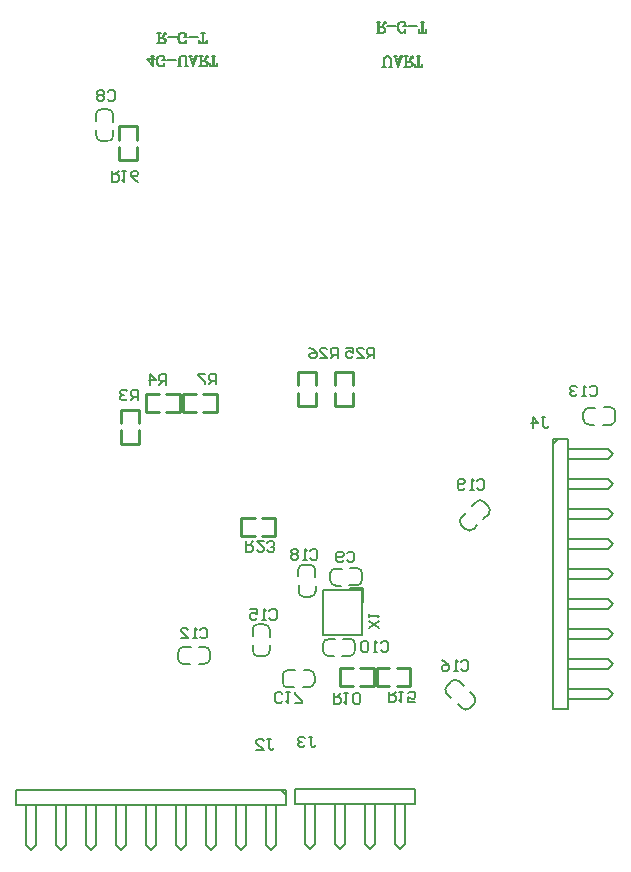
<source format=gbo>
G04*
G04 #@! TF.GenerationSoftware,Altium Limited,Altium Designer,20.0.13 (296)*
G04*
G04 Layer_Color=32896*
%FSLAX44Y44*%
%MOMM*%
G71*
G01*
G75*
%ADD10C,0.2540*%
%ADD11C,0.2000*%
%ADD16C,0.1500*%
%ADD23C,0.1800*%
%ADD24C,0.1900*%
D10*
X226912Y325430D02*
X237580D01*
X226912Y340670D02*
X237580Y340670D01*
X243930Y325430D02*
X255360D01*
X243930Y340670D02*
X255360D01*
X226912Y325430D02*
X226912Y340670D01*
X255360Y325430D02*
Y340670D01*
X386390Y347980D02*
Y358648D01*
X401630Y347980D02*
Y358648D01*
X386390Y330200D02*
Y341630D01*
X401630Y330200D02*
Y341630D01*
X386390Y358648D02*
X401630D01*
X386390Y330200D02*
X401630D01*
X355390Y347980D02*
Y358648D01*
X370630Y347980D02*
Y358648D01*
X355390Y330200D02*
Y341630D01*
X370630Y330200D02*
Y341630D01*
X355390Y358648D02*
X370630D01*
X355390Y330200D02*
X370630D01*
X325190Y235420D02*
X335858D01*
X325190Y220180D02*
X335858D01*
X307410Y235420D02*
X318840D01*
X307410Y220180D02*
X318840D01*
X335858D02*
Y235420D01*
X307410Y220180D02*
Y235420D01*
X218880Y549120D02*
X218880Y538452D01*
X203640Y538452D02*
Y549120D01*
X218880Y555470D02*
Y566900D01*
X203640D02*
X203640Y555470D01*
X203640Y538452D02*
X218880Y538452D01*
X203640Y566900D02*
X218880D01*
X450360Y93180D02*
Y108420D01*
X421912Y93180D02*
Y108420D01*
X438930D02*
X450360D01*
X438930Y93180D02*
X450360D01*
X421912Y108420D02*
X432580D01*
X421912Y93180D02*
X432580D01*
X419360D02*
Y108420D01*
X390912Y93180D02*
Y108420D01*
X407930D02*
X419360D01*
X407930Y93180D02*
X419360D01*
X390912Y108420D02*
X401580D01*
X390912Y93180D02*
X401580D01*
X286610Y325180D02*
Y340420D01*
X258162Y325180D02*
Y340420D01*
X275180D02*
X286610D01*
X275180Y325180D02*
X286610D01*
X258162Y340420D02*
X268830D01*
X258162Y325180D02*
X268830D01*
X205390Y298450D02*
X220630D01*
X205390Y326898D02*
X220630D01*
Y298450D02*
Y309880D01*
X205390Y298450D02*
Y309880D01*
X220630Y316230D02*
Y326898D01*
X205390Y316230D02*
Y326898D01*
D11*
X188970Y581404D02*
G03*
X184398Y577340I-254J-4318D01*
G01*
X184652Y559560D02*
G03*
X188970Y554226I4826J-508D01*
G01*
X194050Y554226D02*
G03*
X199130Y559560I-127J5207D01*
G01*
X198876Y577340D02*
G03*
X194050Y581404I-4445J-381D01*
G01*
X253979Y116342D02*
G03*
X258043Y111770I4318J-254D01*
G01*
X275823Y112024D02*
G03*
X281157Y116342I508J4826D01*
G01*
X281157Y121422D02*
G03*
X275823Y126502I-5207J-127D01*
G01*
X258043Y126248D02*
G03*
X253979Y121422I381J-4445D01*
G01*
X360216Y195874D02*
G03*
X355644Y191810I-254J-4318D01*
G01*
X355898Y174030D02*
G03*
X360216Y168696I4826J-508D01*
G01*
X365296Y168696D02*
G03*
X370376Y174030I-127J5207D01*
G01*
X370122Y191810D02*
G03*
X365296Y195874I-4445J-381D01*
G01*
X409614Y188340D02*
G03*
X405550Y192912I-4318J254D01*
G01*
X387770Y192658D02*
G03*
X382436Y188340I-508J-4826D01*
G01*
X382436Y183260D02*
G03*
X387770Y178180I5207J127D01*
G01*
X405550Y178434D02*
G03*
X409614Y183260I-381J4445D01*
G01*
X321466Y145374D02*
G03*
X316894Y141310I-254J-4318D01*
G01*
X317148Y123530D02*
G03*
X321466Y118196I4826J-508D01*
G01*
X326546Y118196D02*
G03*
X331626Y123530I-127J5207D01*
G01*
X331372Y141310D02*
G03*
X326546Y145374I-4445J-381D01*
G01*
X403584Y128594D02*
G03*
X399520Y133166I-4318J254D01*
G01*
X381740Y132912D02*
G03*
X376406Y128594I-508J-4826D01*
G01*
X376406Y123514D02*
G03*
X381740Y118434I5207J127D01*
G01*
X399520Y118688D02*
G03*
X403584Y123514I-381J4445D01*
G01*
X342406Y96510D02*
G03*
X346470Y91938I4318J-254D01*
G01*
X364250Y92192D02*
G03*
X369584Y96510I508J4826D01*
G01*
X369584Y101590D02*
G03*
X364250Y106670I-5207J-127D01*
G01*
X346470Y106416D02*
G03*
X342406Y101590I381J-4445D01*
G01*
X481486Y93372D02*
G03*
X481127Y87266I2874J-3233D01*
G01*
X493879Y74873D02*
G03*
X500704Y74155I3772J3053D01*
G01*
X504296Y77747D02*
G03*
X504117Y85111I-3772J3592D01*
G01*
X491365Y97503D02*
G03*
X485078Y96965I-2874J-3413D01*
G01*
X512634Y249016D02*
G03*
X506527Y249375I-3233J-2874D01*
G01*
X494134Y236623D02*
G03*
X493416Y229798I3053J-3772D01*
G01*
X497008Y226206D02*
G03*
X504372Y226386I3592J3772D01*
G01*
X516765Y239137D02*
G03*
X516226Y245424I-3413J2874D01*
G01*
X624124Y324444D02*
G03*
X620060Y329016I-4318J254D01*
G01*
X602280Y328762D02*
G03*
X596946Y324444I-508J-4826D01*
G01*
X596946Y319364D02*
G03*
X602280Y314284I5207J127D01*
G01*
X620060Y314538D02*
G03*
X624124Y319364I-381J4445D01*
G01*
X184398Y571498D02*
Y577340D01*
X188970Y581404D02*
X194050Y581404D01*
X198876Y577340D02*
X198876Y570736D01*
X199130Y559560D02*
Y563624D01*
X188970Y554226D02*
X194050Y554226D01*
X184652Y559560D02*
X184652Y564132D01*
X345440Y-7620D02*
Y5080D01*
X116840Y-7620D02*
X345440D01*
X116840D02*
Y5080D01*
X336973Y-41487D02*
Y-7620D01*
X332740Y-45720D02*
X336973Y-41487D01*
X328507D02*
X332740Y-45720D01*
X328507Y-41487D02*
X328507Y-7620D01*
X311573Y-41487D02*
Y-7620D01*
X307340Y-45720D02*
X311573Y-41487D01*
X303107Y-41487D02*
X307340Y-45720D01*
X303107Y-7620D02*
X303107Y-41487D01*
X286173D02*
Y-7620D01*
X281940Y-45720D02*
X286173Y-41487D01*
X277707D02*
X281940Y-45720D01*
X277707Y-41487D02*
Y-7620D01*
X260773Y-41487D02*
X260773Y-7620D01*
X256540Y-45720D02*
X260773Y-41487D01*
X252307D02*
X256540Y-45720D01*
X252307Y-7620D02*
X252307Y-41487D01*
X235373D02*
Y-7620D01*
X231140Y-45720D02*
X235373Y-41487D01*
X226907D02*
X231140Y-45720D01*
X226907Y-41487D02*
Y-7620D01*
X209973Y-41487D02*
X209973Y-7620D01*
X205740Y-45720D02*
X209973Y-41487D01*
X201507Y-41487D02*
X205740Y-45720D01*
X201507Y-41487D02*
Y-7620D01*
X184573D02*
X184573Y-41487D01*
X180340Y-45720D02*
X184573Y-41487D01*
X176107D02*
X180340Y-45720D01*
X176107Y-41487D02*
Y-7620D01*
X159173Y-41487D02*
X159173Y-7620D01*
X154940Y-45720D02*
X159173Y-41487D01*
X150707D02*
X154940Y-45720D01*
X150707Y-41487D02*
X150707Y-7620D01*
X133773D02*
X133773Y-41487D01*
X129540Y-45720D02*
X133773Y-41487D01*
X125307D02*
X129540Y-45720D01*
X125307Y-41487D02*
Y-7620D01*
X341207Y5080D02*
X345440Y847D01*
X116840Y5080D02*
X345440D01*
X258043Y111770D02*
X263885Y111770D01*
X253979Y116342D02*
Y121422D01*
X258043Y126248D02*
X264647D01*
X271759Y126502D02*
X275823D01*
X281157Y116342D02*
X281157Y121422D01*
X271251Y112024D02*
X275823Y112024D01*
X355644Y185968D02*
Y191810D01*
X360216Y195874D02*
X365296Y195874D01*
X370122Y191810D02*
X370122Y185206D01*
X370376Y174030D02*
Y178094D01*
X360216Y168696D02*
X365296Y168696D01*
X355898Y174030D02*
X355898Y178602D01*
X399708Y192912D02*
X405550D01*
X409614Y188340D02*
X409614Y183260D01*
X398946Y178434D02*
X405550D01*
X387770Y178180D02*
X391834D01*
X382436Y183260D02*
X382436Y188340D01*
X387770Y192658D02*
X392342D01*
X410536Y164690D02*
Y176120D01*
X399106Y176120D02*
X410282D01*
X316894Y135468D02*
Y141310D01*
X321466Y145374D02*
X326546D01*
X331372Y141310D02*
X331372Y134706D01*
X331626Y123530D02*
Y127594D01*
X321466Y118196D02*
X326546D01*
X317148Y123530D02*
X317148Y128102D01*
X393678Y133166D02*
X399520D01*
X403584Y123514D02*
Y128594D01*
X392916Y118688D02*
X399520D01*
X381740Y118434D02*
X385804D01*
X376406Y123514D02*
X376406Y128594D01*
X381740Y132912D02*
X386312D01*
X346470Y91938D02*
X352312D01*
X342406Y101590D02*
X342406Y96510D01*
X346470Y106416D02*
X353074Y106416D01*
X360186Y106670D02*
X364250D01*
X369584Y96510D02*
X369584Y101590D01*
X359678Y92192D02*
X364250Y92192D01*
X481127Y87266D02*
X485258Y83135D01*
X481486Y93372D02*
X485078Y96964D01*
X491365Y97503D02*
X496034Y92834D01*
X501243Y87984D02*
X504117Y85111D01*
X500704Y74155D02*
X504296Y77747D01*
X490646Y78106D02*
X493879Y74873D01*
X502396Y245244D02*
X506527Y249375D01*
X512634Y249016D02*
X516226Y245424D01*
X512095Y234468D02*
X516765Y239137D01*
X504372Y226386D02*
X507245Y229259D01*
X493416Y229798D02*
X497008Y226206D01*
X494134Y236623D02*
X497367Y239856D01*
X571500Y302260D02*
X584200D01*
Y73660D02*
Y302260D01*
X571500Y73660D02*
X584200D01*
Y293793D02*
X618067D01*
X622300Y289560D01*
X618067Y285327D02*
X622300Y289560D01*
X584200Y285327D02*
X618067D01*
X584200Y268393D02*
X618067Y268393D01*
X622300Y264160D01*
X618067Y259927D02*
X622300Y264160D01*
X584200Y259927D02*
X618067Y259927D01*
X584200Y242993D02*
X618067D01*
X622300Y238760D01*
X618067Y234527D02*
X622300Y238760D01*
X584200Y234527D02*
X618067Y234527D01*
X584200Y217593D02*
X618067D01*
X622300Y213360D01*
X618067Y209127D02*
X622300Y213360D01*
X584200Y209127D02*
X618067D01*
X584200Y192193D02*
X618067D01*
X622300Y187960D01*
X618067Y183727D02*
X622300Y187960D01*
X584200Y183727D02*
X618067D01*
X584200Y166793D02*
X618067D01*
X622300Y162560D01*
X618067Y158327D02*
X622300Y162560D01*
X584200Y158327D02*
X618067D01*
X584200Y141393D02*
X618067Y141393D01*
X622300Y137160D01*
X618067Y132927D02*
X622300Y137160D01*
X584200Y132927D02*
X618067D01*
X584200Y115993D02*
X618067Y115993D01*
X622300Y111760D01*
X618067Y107527D02*
X622300Y111760D01*
X584200Y107527D02*
X618067D01*
X584200Y90593D02*
X618067Y90593D01*
X622300Y86360D01*
X618067Y82127D02*
X622300Y86360D01*
X584200Y82127D02*
X618067D01*
X571500Y298027D02*
X575733Y302260D01*
X571500Y73660D02*
Y302260D01*
X614218Y329016D02*
X620060Y329016D01*
X624124Y319364D02*
X624124Y324444D01*
X613456Y314538D02*
X620060D01*
X602280Y314284D02*
X606344D01*
X596946Y319364D02*
X596946Y324444D01*
X602280Y328762D02*
X606852D01*
X353060Y6350D02*
X454660D01*
Y-6350D02*
Y6350D01*
X361527Y-40217D02*
Y-6350D01*
Y-40217D02*
X365760Y-44450D01*
X369993Y-40217D01*
Y-6350D01*
X386927Y-40217D02*
Y-6350D01*
Y-40217D02*
X391160Y-44450D01*
X395393Y-40217D01*
Y-6350D01*
X412327Y-40217D02*
Y-6350D01*
Y-40217D02*
X416560Y-44450D01*
X420793Y-40217D01*
Y-6350D01*
X437727Y-40217D02*
Y-6350D01*
Y-40217D02*
X441960Y-44450D01*
X446193Y-40217D01*
Y-6350D01*
X353060D02*
Y6350D01*
Y-6350D02*
X454660D01*
D16*
X376500Y174850D02*
X409520D01*
Y136750D02*
Y174850D01*
X376500Y136750D02*
X409520D01*
X376500D02*
Y174850D01*
D23*
X237585Y637202D02*
Y646200D01*
X238014Y637202D02*
Y646200D01*
X236300Y637202D02*
X241442D01*
X242727Y637630D01*
X243156Y638059D01*
X243584Y638916D01*
Y639773D01*
X243156Y640630D01*
X242727Y641058D01*
X241442Y641487D01*
X238014D01*
X241442Y637202D02*
X242299Y637630D01*
X242727Y638059D01*
X243156Y638916D01*
Y639773D01*
X242727Y640630D01*
X242299Y641058D01*
X241442Y641487D01*
X236300Y646200D02*
X239299D01*
X240156Y641487D02*
X241013Y641915D01*
X241442Y642344D01*
X242727Y645343D01*
X243156Y645771D01*
X243584D01*
X244013Y645343D01*
X241013Y641915D02*
X241442Y642772D01*
X242299Y645771D01*
X242727Y646200D01*
X243584D01*
X244013Y645343D01*
Y644915D01*
X245170Y642344D02*
X252882D01*
X260038Y638487D02*
X260466Y639773D01*
Y637202D01*
X260038Y638487D01*
X259181Y637630D01*
X257895Y637202D01*
X257038D01*
X255753Y637630D01*
X254896Y638487D01*
X254468Y639344D01*
X254039Y640630D01*
Y642772D01*
X254468Y644058D01*
X254896Y644915D01*
X255753Y645771D01*
X257038Y646200D01*
X257895D01*
X259181Y645771D01*
X260038Y644915D01*
X257038Y637202D02*
X256181Y637630D01*
X255324Y638487D01*
X254896Y639344D01*
X254468Y640630D01*
Y642772D01*
X254896Y644058D01*
X255324Y644915D01*
X256181Y645771D01*
X257038Y646200D01*
X260038Y642772D02*
Y646200D01*
X260466Y642772D02*
Y646200D01*
X258752Y642772D02*
X261752D01*
X262909Y642344D02*
X270621D01*
X274778Y637202D02*
Y646200D01*
X275206Y637202D02*
Y646200D01*
X272207Y637202D02*
X271778Y639773D01*
Y637202D01*
X278205D01*
Y639773D01*
X277777Y637202D01*
X273492Y646200D02*
X276491D01*
X423335Y646452D02*
Y655450D01*
X423764Y646452D02*
Y655450D01*
X422050Y646452D02*
X427192D01*
X428477Y646880D01*
X428906Y647309D01*
X429334Y648166D01*
Y649023D01*
X428906Y649880D01*
X428477Y650308D01*
X427192Y650737D01*
X423764D01*
X427192Y646452D02*
X428049Y646880D01*
X428477Y647309D01*
X428906Y648166D01*
Y649023D01*
X428477Y649880D01*
X428049Y650308D01*
X427192Y650737D01*
X422050Y655450D02*
X425049D01*
X425906Y650737D02*
X426763Y651165D01*
X427192Y651594D01*
X428477Y654593D01*
X428906Y655022D01*
X429334D01*
X429763Y654593D01*
X426763Y651165D02*
X427192Y652022D01*
X428049Y655022D01*
X428477Y655450D01*
X429334D01*
X429763Y654593D01*
Y654165D01*
X430919Y651594D02*
X438632D01*
X445788Y647737D02*
X446216Y649023D01*
Y646452D01*
X445788Y647737D01*
X444931Y646880D01*
X443645Y646452D01*
X442788D01*
X441503Y646880D01*
X440646Y647737D01*
X440218Y648594D01*
X439789Y649880D01*
Y652022D01*
X440218Y653308D01*
X440646Y654165D01*
X441503Y655022D01*
X442788Y655450D01*
X443645D01*
X444931Y655022D01*
X445788Y654165D01*
X442788Y646452D02*
X441931Y646880D01*
X441074Y647737D01*
X440646Y648594D01*
X440218Y649880D01*
Y652022D01*
X440646Y653308D01*
X441074Y654165D01*
X441931Y655022D01*
X442788Y655450D01*
X445788Y652022D02*
Y655450D01*
X446216Y652022D02*
Y655450D01*
X444502Y652022D02*
X447502D01*
X448659Y651594D02*
X456371D01*
X460527Y646452D02*
Y655450D01*
X460956Y646452D02*
Y655450D01*
X457957Y646452D02*
X457528Y649023D01*
Y646452D01*
X463955D01*
Y649023D01*
X463527Y646452D01*
X459242Y655450D02*
X462241D01*
X428085Y617452D02*
Y623879D01*
X428514Y625165D01*
X429371Y626021D01*
X430656Y626450D01*
X431513D01*
X432799Y626021D01*
X433656Y625165D01*
X434084Y623879D01*
Y617452D01*
X428514D02*
Y623879D01*
X428942Y625165D01*
X429799Y626021D01*
X430656Y626450D01*
X426800Y617452D02*
X429799D01*
X432799D02*
X435370D01*
X440297D02*
X437298Y626450D01*
X440297Y617452D02*
X443297Y626450D01*
X440297Y618737D02*
X442868Y626450D01*
X438155Y623879D02*
X442011D01*
X436441Y626450D02*
X439012D01*
X441582D02*
X444153D01*
X446596Y617452D02*
Y626450D01*
X447024Y617452D02*
Y626450D01*
X445310Y617452D02*
X450452D01*
X451738Y617880D01*
X452166Y618309D01*
X452594Y619166D01*
Y620023D01*
X452166Y620880D01*
X451738Y621308D01*
X450452Y621737D01*
X447024D01*
X450452Y617452D02*
X451309Y617880D01*
X451738Y618309D01*
X452166Y619166D01*
Y620023D01*
X451738Y620880D01*
X451309Y621308D01*
X450452Y621737D01*
X445310Y626450D02*
X448310D01*
X449167Y621737D02*
X450024Y622165D01*
X450452Y622594D01*
X451738Y625593D01*
X452166Y626021D01*
X452594D01*
X453023Y625593D01*
X450024Y622165D02*
X450452Y623022D01*
X451309Y626021D01*
X451738Y626450D01*
X452594D01*
X453023Y625593D01*
Y625165D01*
X457179Y617452D02*
Y626450D01*
X457608Y617452D02*
Y626450D01*
X454608Y617452D02*
X454180Y620023D01*
Y617452D01*
X460607D01*
Y620023D01*
X460179Y617452D01*
X455894Y626450D02*
X458893D01*
X231835Y618809D02*
Y626950D01*
X234406Y624379D02*
X227550D01*
X232263Y617952D01*
Y626950D01*
X230549D02*
X233549D01*
X241647Y619237D02*
X242076Y620523D01*
Y617952D01*
X241647Y619237D01*
X240790Y618380D01*
X239505Y617952D01*
X238648D01*
X237362Y618380D01*
X236505Y619237D01*
X236077Y620094D01*
X235648Y621380D01*
Y623522D01*
X236077Y624808D01*
X236505Y625665D01*
X237362Y626521D01*
X238648Y626950D01*
X239505D01*
X240790Y626521D01*
X241647Y625665D01*
X238648Y617952D02*
X237791Y618380D01*
X236934Y619237D01*
X236505Y620094D01*
X236077Y621380D01*
Y623522D01*
X236505Y624808D01*
X236934Y625665D01*
X237791Y626521D01*
X238648Y626950D01*
X241647Y623522D02*
Y626950D01*
X242076Y623522D02*
Y626950D01*
X240361Y623522D02*
X243361D01*
X244518Y623094D02*
X252230D01*
X254673Y617952D02*
Y624379D01*
X255101Y625665D01*
X255958Y626521D01*
X257244Y626950D01*
X258101D01*
X259386Y626521D01*
X260243Y625665D01*
X260672Y624379D01*
Y617952D01*
X255101D02*
Y624379D01*
X255530Y625665D01*
X256387Y626521D01*
X257244Y626950D01*
X253387Y617952D02*
X256387D01*
X259386D02*
X261957D01*
X266884D02*
X263885Y626950D01*
X266884Y617952D02*
X269884Y626950D01*
X266884Y619237D02*
X269455Y626950D01*
X264742Y624379D02*
X268598D01*
X263028Y626950D02*
X265599D01*
X268170D02*
X270741D01*
X273183Y617952D02*
Y626950D01*
X273612Y617952D02*
Y626950D01*
X271898Y617952D02*
X277039D01*
X278325Y618380D01*
X278753Y618809D01*
X279182Y619666D01*
Y620523D01*
X278753Y621380D01*
X278325Y621808D01*
X277039Y622237D01*
X273612D01*
X277039Y617952D02*
X277896Y618380D01*
X278325Y618809D01*
X278753Y619666D01*
Y620523D01*
X278325Y621380D01*
X277896Y621808D01*
X277039Y622237D01*
X271898Y626950D02*
X274897D01*
X275754Y622237D02*
X276611Y622665D01*
X277039Y623094D01*
X278325Y626093D01*
X278753Y626521D01*
X279182D01*
X279610Y626093D01*
X276611Y622665D02*
X277039Y623522D01*
X277896Y626521D01*
X278325Y626950D01*
X279182D01*
X279610Y626093D01*
Y625665D01*
X283766Y617952D02*
Y626950D01*
X284195Y617952D02*
Y626950D01*
X281196Y617952D02*
X280767Y620523D01*
Y617952D01*
X287194D01*
Y620523D01*
X286766Y617952D01*
X282481Y626950D02*
X285480D01*
D24*
X424249Y142252D02*
X415252Y148250D01*
X424249D02*
X415252Y142252D01*
Y151249D02*
Y154248D01*
Y152748D01*
X424249D01*
X422749Y151249D01*
X389085Y370732D02*
Y379729D01*
X384586D01*
X383086Y378229D01*
Y375230D01*
X384586Y373731D01*
X389085D01*
X386086D02*
X383086Y370732D01*
X374089D02*
X380087D01*
X374089Y376730D01*
Y378229D01*
X375589Y379729D01*
X378588D01*
X380087Y378229D01*
X365092Y379729D02*
X368091Y378229D01*
X371090Y375230D01*
Y372231D01*
X369591Y370732D01*
X366592D01*
X365092Y372231D01*
Y373731D01*
X366592Y375230D01*
X371090D01*
X420084Y370732D02*
Y379729D01*
X415586D01*
X414086Y378229D01*
Y375230D01*
X415586Y373731D01*
X420084D01*
X417085D02*
X414086Y370732D01*
X405089D02*
X411087D01*
X405089Y376730D01*
Y378229D01*
X406589Y379729D01*
X409588D01*
X411087Y378229D01*
X396092Y379729D02*
X402090D01*
Y375230D01*
X399091Y376730D01*
X397592D01*
X396092Y375230D01*
Y372231D01*
X397592Y370732D01*
X400591D01*
X402090Y372231D01*
X311504Y215749D02*
Y206751D01*
X316002D01*
X317502Y208251D01*
Y211250D01*
X316002Y212750D01*
X311504D01*
X314503D02*
X317502Y215749D01*
X326499D02*
X320501D01*
X326499Y209750D01*
Y208251D01*
X325000Y206751D01*
X322001D01*
X320501Y208251D01*
X329498D02*
X330998Y206751D01*
X333997D01*
X335496Y208251D01*
Y209750D01*
X333997Y211250D01*
X332497D01*
X333997D01*
X335496Y212750D01*
Y214249D01*
X333997Y215749D01*
X330998D01*
X329498Y214249D01*
X197754Y529249D02*
Y520251D01*
X202252D01*
X203752Y521751D01*
Y524750D01*
X202252Y526250D01*
X197754D01*
X200753D02*
X203752Y529249D01*
X206751D02*
X209750D01*
X208250D01*
Y520251D01*
X206751Y521751D01*
X220246Y520251D02*
X217247Y521751D01*
X214248Y524750D01*
Y527749D01*
X215748Y529249D01*
X218747D01*
X220246Y527749D01*
Y526250D01*
X218747Y524750D01*
X214248D01*
X432254Y88498D02*
Y79501D01*
X436752D01*
X438252Y81001D01*
Y84000D01*
X436752Y85499D01*
X432254D01*
X435253D02*
X438252Y88498D01*
X441251D02*
X444250D01*
X442750D01*
Y79501D01*
X441251Y81001D01*
X454746Y79501D02*
X448748D01*
Y84000D01*
X451747Y82500D01*
X453247D01*
X454746Y84000D01*
Y86999D01*
X453247Y88498D01*
X450248D01*
X448748Y86999D01*
X385754Y86999D02*
Y78001D01*
X390252D01*
X391752Y79501D01*
Y82500D01*
X390252Y84000D01*
X385754D01*
X388753D02*
X391752Y86999D01*
X394751D02*
X397750D01*
X396250D01*
Y78001D01*
X394751Y79501D01*
X402248D02*
X403748Y78001D01*
X406747D01*
X408246Y79501D01*
Y85499D01*
X406747Y86999D01*
X403748D01*
X402248Y85499D01*
Y79501D01*
X286004Y348742D02*
Y357739D01*
X281506D01*
X280006Y356240D01*
Y353241D01*
X281506Y351741D01*
X286004D01*
X283005D02*
X280006Y348742D01*
X277007Y357739D02*
X271009D01*
Y356240D01*
X277007Y350242D01*
Y348742D01*
X243998Y348002D02*
Y356998D01*
X239499D01*
X237999Y355499D01*
Y352500D01*
X239499Y351001D01*
X243998D01*
X240999D02*
X237999Y348002D01*
X230502D02*
Y356998D01*
X235000Y352500D01*
X229002D01*
X219964Y335026D02*
Y344023D01*
X215466D01*
X213966Y342524D01*
Y339524D01*
X215466Y338025D01*
X219964D01*
X216965D02*
X213966Y335026D01*
X210967Y342524D02*
X209467Y344023D01*
X206468D01*
X204969Y342524D01*
Y341024D01*
X206468Y339524D01*
X207968D01*
X206468D01*
X204969Y338025D01*
Y336525D01*
X206468Y335026D01*
X209467D01*
X210967Y336525D01*
X561749Y320748D02*
X564749D01*
X563249D01*
Y313251D01*
X564749Y311751D01*
X566248D01*
X567748Y313251D01*
X554252Y311751D02*
Y320748D01*
X558750Y316250D01*
X552752D01*
X364510Y50299D02*
X367509D01*
X366009D01*
Y42801D01*
X367509Y41301D01*
X369008D01*
X370508Y42801D01*
X361511Y48799D02*
X360011Y50299D01*
X357012D01*
X355512Y48799D01*
Y47299D01*
X357012Y45800D01*
X358511D01*
X357012D01*
X355512Y44300D01*
Y42801D01*
X357012Y41301D01*
X360011D01*
X361511Y42801D01*
X329249Y48249D02*
X332248D01*
X330749D01*
Y40751D01*
X332248Y39251D01*
X333748D01*
X335248Y40751D01*
X320252Y39251D02*
X326250D01*
X320252Y45250D01*
Y46749D01*
X321752Y48249D01*
X324751D01*
X326250Y46749D01*
X506998Y266999D02*
X508498Y268498D01*
X511497D01*
X512996Y266999D01*
Y261001D01*
X511497Y259501D01*
X508498D01*
X506998Y261001D01*
X503999Y259501D02*
X501000D01*
X502500D01*
Y268498D01*
X503999Y266999D01*
X496502Y261001D02*
X495002Y259501D01*
X492003D01*
X490504Y261001D01*
Y266999D01*
X492003Y268498D01*
X495002D01*
X496502Y266999D01*
Y265499D01*
X495002Y264000D01*
X490504D01*
X365748Y207749D02*
X367248Y209249D01*
X370247D01*
X371746Y207749D01*
Y201751D01*
X370247Y200252D01*
X367248D01*
X365748Y201751D01*
X362749Y200252D02*
X359750D01*
X361250D01*
Y209249D01*
X362749Y207749D01*
X355252D02*
X353752Y209249D01*
X350753D01*
X349254Y207749D01*
Y206250D01*
X350753Y204750D01*
X349254Y203251D01*
Y201751D01*
X350753Y200252D01*
X353752D01*
X355252Y201751D01*
Y203251D01*
X353752Y204750D01*
X355252Y206250D01*
Y207749D01*
X353752Y204750D02*
X350753D01*
X342252Y80251D02*
X340752Y78751D01*
X337753D01*
X336254Y80251D01*
Y86249D01*
X337753Y87748D01*
X340752D01*
X342252Y86249D01*
X345251Y87748D02*
X348250D01*
X346750D01*
Y78751D01*
X345251Y80251D01*
X352748Y78751D02*
X358746D01*
Y80251D01*
X352748Y86249D01*
Y87748D01*
X493498Y113749D02*
X494998Y115248D01*
X497997D01*
X499496Y113749D01*
Y107751D01*
X497997Y106251D01*
X494998D01*
X493498Y107751D01*
X490499Y106251D02*
X487500D01*
X489000D01*
Y115248D01*
X490499Y113749D01*
X477004Y115248D02*
X480003Y113749D01*
X483002Y110750D01*
Y107751D01*
X481502Y106251D01*
X478503D01*
X477004Y107751D01*
Y109250D01*
X478503Y110750D01*
X483002D01*
X331248Y156749D02*
X332748Y158249D01*
X335747D01*
X337246Y156749D01*
Y150751D01*
X335747Y149251D01*
X332748D01*
X331248Y150751D01*
X328249Y149251D02*
X325250D01*
X326750D01*
Y158249D01*
X328249Y156749D01*
X314754Y158249D02*
X320752D01*
Y153750D01*
X317753Y155250D01*
X316253D01*
X314754Y153750D01*
Y150751D01*
X316253Y149251D01*
X319252D01*
X320752Y150751D01*
X602248Y345999D02*
X603748Y347499D01*
X606747D01*
X608246Y345999D01*
Y340001D01*
X606747Y338502D01*
X603748D01*
X602248Y340001D01*
X599249Y338502D02*
X596250D01*
X597750D01*
Y347499D01*
X599249Y345999D01*
X591752D02*
X590252Y347499D01*
X587253D01*
X585754Y345999D01*
Y344500D01*
X587253Y343000D01*
X588753D01*
X587253D01*
X585754Y341501D01*
Y340001D01*
X587253Y338502D01*
X590252D01*
X591752Y340001D01*
X272498Y140999D02*
X273998Y142499D01*
X276997D01*
X278496Y140999D01*
Y135001D01*
X276997Y133502D01*
X273998D01*
X272498Y135001D01*
X269499Y133502D02*
X266500D01*
X268000D01*
Y142499D01*
X269499Y140999D01*
X256004Y133502D02*
X262002D01*
X256004Y139500D01*
Y140999D01*
X257503Y142499D01*
X260502D01*
X262002Y140999D01*
X425498Y129499D02*
X426998Y130998D01*
X429997D01*
X431496Y129499D01*
Y123501D01*
X429997Y122001D01*
X426998D01*
X425498Y123501D01*
X422499Y122001D02*
X419500D01*
X421000D01*
Y130998D01*
X422499Y129499D01*
X415002D02*
X413502Y130998D01*
X410503D01*
X409004Y129499D01*
Y123501D01*
X410503Y122001D01*
X413502D01*
X415002Y123501D01*
Y129499D01*
X397000Y205499D02*
X398499Y206999D01*
X401498D01*
X402998Y205499D01*
Y199501D01*
X401498Y198001D01*
X398499D01*
X397000Y199501D01*
X394001D02*
X392501Y198001D01*
X389502D01*
X388002Y199501D01*
Y205499D01*
X389502Y206999D01*
X392501D01*
X394001Y205499D01*
Y204000D01*
X392501Y202500D01*
X388002D01*
X194249Y596249D02*
X195749Y597748D01*
X198748D01*
X200248Y596249D01*
Y590251D01*
X198748Y588751D01*
X195749D01*
X194249Y590251D01*
X191250Y596249D02*
X189751Y597748D01*
X186752D01*
X185252Y596249D01*
Y594749D01*
X186752Y593250D01*
X185252Y591750D01*
Y590251D01*
X186752Y588751D01*
X189751D01*
X191250Y590251D01*
Y591750D01*
X189751Y593250D01*
X191250Y594749D01*
Y596249D01*
X189751Y593250D02*
X186752D01*
M02*

</source>
